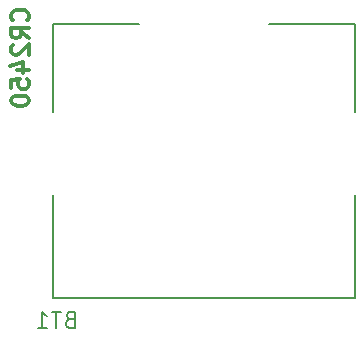
<source format=gbo>
%TF.GenerationSoftware,KiCad,Pcbnew,(6.0.1)*%
%TF.CreationDate,2022-03-11T00:24:32+11:00*%
%TF.ProjectId,BLE_beacon,424c455f-6265-4616-936f-6e2e6b696361,rev?*%
%TF.SameCoordinates,PX7e67600PY5e0b320*%
%TF.FileFunction,Legend,Bot*%
%TF.FilePolarity,Positive*%
%FSLAX46Y46*%
G04 Gerber Fmt 4.6, Leading zero omitted, Abs format (unit mm)*
G04 Created by KiCad (PCBNEW (6.0.1)) date 2022-03-11 00:24:32*
%MOMM*%
%LPD*%
G01*
G04 APERTURE LIST*
%ADD10C,0.300000*%
%ADD11C,0.150000*%
%ADD12C,0.127000*%
%ADD13R,1.700000X1.700000*%
%ADD14O,1.700000X1.700000*%
%ADD15C,0.700000*%
%ADD16C,4.400000*%
%ADD17R,6.200000X6.000000*%
%ADD18C,23.000000*%
G04 APERTURE END LIST*
D10*
X4135714Y24030858D02*
X4207142Y24102286D01*
X4278571Y24316572D01*
X4278571Y24459429D01*
X4207142Y24673715D01*
X4064285Y24816572D01*
X3921428Y24888000D01*
X3635714Y24959429D01*
X3421428Y24959429D01*
X3135714Y24888000D01*
X2992857Y24816572D01*
X2850000Y24673715D01*
X2778571Y24459429D01*
X2778571Y24316572D01*
X2850000Y24102286D01*
X2921428Y24030858D01*
X4278571Y22530858D02*
X3564285Y23030858D01*
X4278571Y23388000D02*
X2778571Y23388000D01*
X2778571Y22816572D01*
X2850000Y22673715D01*
X2921428Y22602286D01*
X3064285Y22530858D01*
X3278571Y22530858D01*
X3421428Y22602286D01*
X3492857Y22673715D01*
X3564285Y22816572D01*
X3564285Y23388000D01*
X2921428Y21959429D02*
X2850000Y21888000D01*
X2778571Y21745143D01*
X2778571Y21388000D01*
X2850000Y21245143D01*
X2921428Y21173715D01*
X3064285Y21102286D01*
X3207142Y21102286D01*
X3421428Y21173715D01*
X4278571Y22030858D01*
X4278571Y21102286D01*
X3278571Y19816572D02*
X4278571Y19816572D01*
X2707142Y20173715D02*
X3778571Y20530858D01*
X3778571Y19602286D01*
X2778571Y18316572D02*
X2778571Y19030858D01*
X3492857Y19102286D01*
X3421428Y19030858D01*
X3350000Y18888000D01*
X3350000Y18530858D01*
X3421428Y18388000D01*
X3492857Y18316572D01*
X3635714Y18245143D01*
X3992857Y18245143D01*
X4135714Y18316572D01*
X4207142Y18388000D01*
X4278571Y18530858D01*
X4278571Y18888000D01*
X4207142Y19030858D01*
X4135714Y19102286D01*
X2778571Y17316572D02*
X2778571Y17173715D01*
X2850000Y17030858D01*
X2921428Y16959429D01*
X3064285Y16888001D01*
X3350000Y16816572D01*
X3707142Y16816572D01*
X3992857Y16888001D01*
X4135714Y16959429D01*
X4207142Y17030858D01*
X4278571Y17173715D01*
X4278571Y17316572D01*
X4207142Y17459429D01*
X4135714Y17530858D01*
X3992857Y17602286D01*
X3707142Y17673715D01*
X3350000Y17673715D01*
X3064285Y17602286D01*
X2921428Y17530858D01*
X2850000Y17459429D01*
X2778571Y17316572D01*
D11*
%TO.C,BT1*%
X7739000Y-1279000D02*
X7539000Y-1345666D01*
X7472333Y-1412333D01*
X7405666Y-1545666D01*
X7405666Y-1745666D01*
X7472333Y-1879000D01*
X7539000Y-1945666D01*
X7672333Y-2012333D01*
X8205666Y-2012333D01*
X8205666Y-612333D01*
X7739000Y-612333D01*
X7605666Y-679000D01*
X7539000Y-745666D01*
X7472333Y-879000D01*
X7472333Y-1012333D01*
X7539000Y-1145666D01*
X7605666Y-1212333D01*
X7739000Y-1279000D01*
X8205666Y-1279000D01*
X7005666Y-612333D02*
X6205666Y-612333D01*
X6605666Y-2012333D02*
X6605666Y-612333D01*
X5005666Y-2012333D02*
X5805666Y-2012333D01*
X5405666Y-2012333D02*
X5405666Y-612333D01*
X5539000Y-812333D01*
X5672333Y-945666D01*
X5805666Y-1012333D01*
D12*
X6344000Y23760000D02*
X13594000Y23760000D01*
X6344000Y16260000D02*
X6344000Y23760000D01*
X6344000Y560000D02*
X31844000Y560000D01*
X6344000Y9260000D02*
X6344000Y560000D01*
X24594000Y23760000D02*
X31844000Y23760000D01*
X31844000Y23760000D02*
X31844000Y16260000D01*
X31844000Y560000D02*
X31844000Y9260000D01*
%TD*%
%LPC*%
D13*
%TO.C,J2*%
X3625000Y5882000D03*
D14*
X3625000Y3342000D03*
%TD*%
D15*
%TO.C,REF\u002A\u002A*%
X36238000Y28000000D03*
X33421274Y29166726D03*
X34588000Y26350000D03*
X35754726Y26833274D03*
X35754726Y29166726D03*
X32938000Y28000000D03*
X34588000Y29650000D03*
D16*
X34588000Y28000000D03*
D15*
X33421274Y26833274D03*
%TD*%
%TO.C,REF\u002A\u002A*%
X5250000Y28000000D03*
X2433274Y26833274D03*
X3600000Y26350000D03*
X2433274Y29166726D03*
D16*
X3600000Y28000000D03*
D15*
X3600000Y29650000D03*
X1950000Y28000000D03*
X4766726Y29166726D03*
X4766726Y26833274D03*
%TD*%
%TO.C,REF\u002A\u002A*%
X33421274Y4782726D03*
X36238000Y3616000D03*
X35754726Y4782726D03*
X34588000Y1966000D03*
X33421274Y2449274D03*
X35754726Y2449274D03*
X34588000Y5266000D03*
X32938000Y3616000D03*
D16*
X34588000Y3616000D03*
%TD*%
D17*
%TO.C,BT1*%
X3794000Y12760000D03*
X34394000Y12760000D03*
D18*
X19094000Y12760000D03*
%TD*%
M02*

</source>
